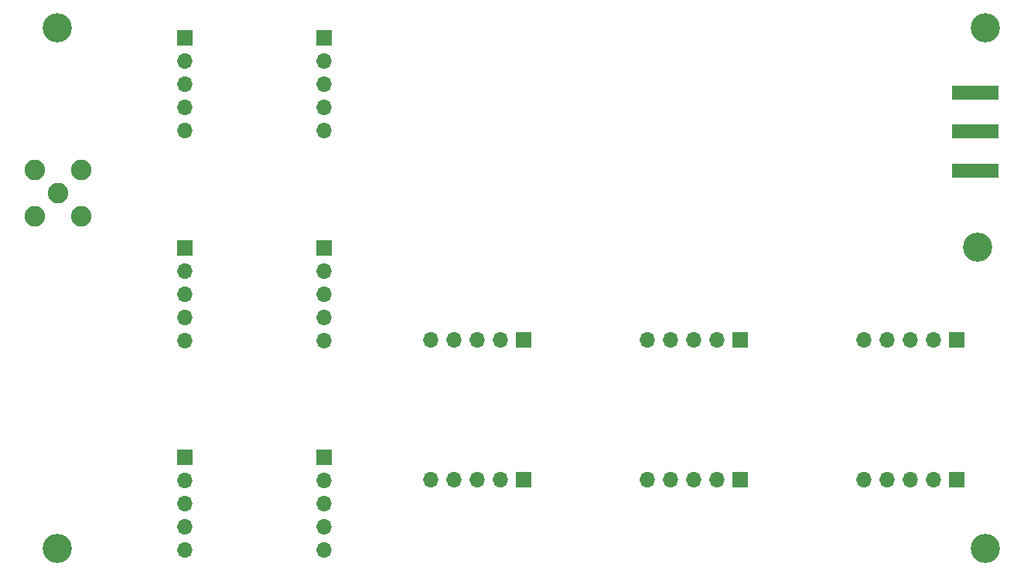
<source format=gbr>
%TF.GenerationSoftware,KiCad,Pcbnew,(6.0.4)*%
%TF.CreationDate,2022-04-28T22:30:41-04:00*%
%TF.ProjectId,cap_motherboad,6361705f-6d6f-4746-9865-72626f61642e,rev?*%
%TF.SameCoordinates,Original*%
%TF.FileFunction,Soldermask,Top*%
%TF.FilePolarity,Negative*%
%FSLAX46Y46*%
G04 Gerber Fmt 4.6, Leading zero omitted, Abs format (unit mm)*
G04 Created by KiCad (PCBNEW (6.0.4)) date 2022-04-28 22:30:41*
%MOMM*%
%LPD*%
G01*
G04 APERTURE LIST*
%ADD10R,1.700000X1.700000*%
%ADD11O,1.700000X1.700000*%
%ADD12C,3.200000*%
%ADD13R,5.080000X1.500000*%
%ADD14C,2.250000*%
G04 APERTURE END LIST*
D10*
%TO.C,J9*%
X170410000Y-85105000D03*
D11*
X167870000Y-85105000D03*
X165330000Y-85105000D03*
X162790000Y-85105000D03*
X160250000Y-85105000D03*
%TD*%
D10*
%TO.C,J8*%
X146680000Y-85105000D03*
D11*
X144140000Y-85105000D03*
X141600000Y-85105000D03*
X139060000Y-85105000D03*
X136520000Y-85105000D03*
%TD*%
D12*
%TO.C,H2*%
X71930000Y-107950000D03*
%TD*%
D10*
%TO.C,J7*%
X123000000Y-85105000D03*
D11*
X120460000Y-85105000D03*
X117920000Y-85105000D03*
X115380000Y-85105000D03*
X112840000Y-85105000D03*
%TD*%
D13*
%TO.C,SMA1*%
X172437500Y-62230000D03*
X172437500Y-66480000D03*
X172437500Y-57980000D03*
%TD*%
D12*
%TO.C,H1*%
X71930000Y-50900000D03*
%TD*%
D10*
%TO.C,J1*%
X85900000Y-51950000D03*
D11*
X85900000Y-54490000D03*
X85900000Y-57030000D03*
X85900000Y-59570000D03*
X85900000Y-62110000D03*
%TD*%
D12*
%TO.C,H4*%
X173490000Y-107950000D03*
%TD*%
D10*
%TO.C,J5*%
X101150000Y-75000000D03*
D11*
X101150000Y-77540000D03*
X101150000Y-80080000D03*
X101150000Y-82620000D03*
X101150000Y-85160000D03*
%TD*%
D10*
%TO.C,J10*%
X123000000Y-100355000D03*
D11*
X120460000Y-100355000D03*
X117920000Y-100355000D03*
X115380000Y-100355000D03*
X112840000Y-100355000D03*
%TD*%
D12*
%TO.C,H3*%
X173490000Y-50900000D03*
%TD*%
%TO.C,Strain Relief*%
X172720000Y-74930000D03*
%TD*%
D10*
%TO.C,J11*%
X146680000Y-100355000D03*
D11*
X144140000Y-100355000D03*
X141600000Y-100355000D03*
X139060000Y-100355000D03*
X136520000Y-100355000D03*
%TD*%
D10*
%TO.C,J6*%
X101150000Y-97950000D03*
D11*
X101150000Y-100490000D03*
X101150000Y-103030000D03*
X101150000Y-105570000D03*
X101150000Y-108110000D03*
%TD*%
D10*
%TO.C,J3*%
X85900000Y-97950000D03*
D11*
X85900000Y-100490000D03*
X85900000Y-103030000D03*
X85900000Y-105570000D03*
X85900000Y-108110000D03*
%TD*%
D10*
%TO.C,J2*%
X85900000Y-75000000D03*
D11*
X85900000Y-77540000D03*
X85900000Y-80080000D03*
X85900000Y-82620000D03*
X85900000Y-85160000D03*
%TD*%
D10*
%TO.C,J12*%
X170410000Y-100355000D03*
D11*
X167870000Y-100355000D03*
X165330000Y-100355000D03*
X162790000Y-100355000D03*
X160250000Y-100355000D03*
%TD*%
D14*
%TO.C,QLA1*%
X72000000Y-69000000D03*
X69460000Y-71540000D03*
X74540000Y-66460000D03*
X69460000Y-66460000D03*
X74540000Y-71540000D03*
%TD*%
D10*
%TO.C,J4*%
X101150000Y-51950000D03*
D11*
X101150000Y-54490000D03*
X101150000Y-57030000D03*
X101150000Y-59570000D03*
X101150000Y-62110000D03*
%TD*%
M02*

</source>
